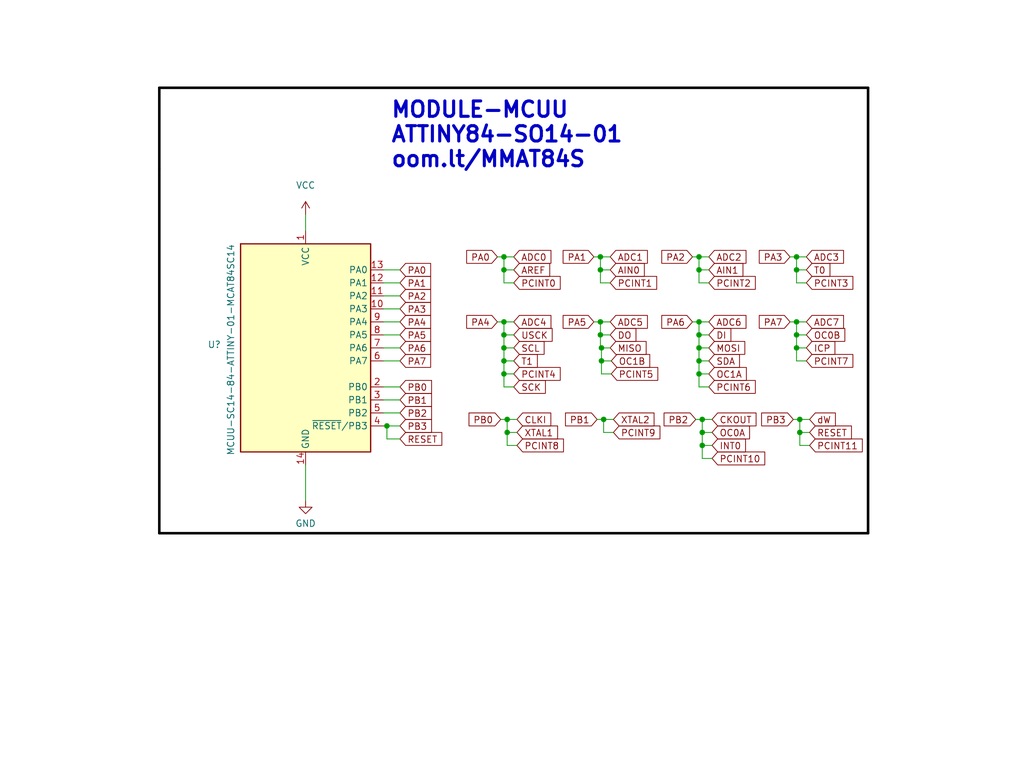
<source format=kicad_sch>
(kicad_sch (version 20211123) (generator eeschema)
  (paper "User" 200 150.012)
  (lib_symbols
    (symbol "oomlout_OOMP_parts:MCUU-SC14-84-ATTINY-01-MCAT84SC14"
      (property "Reference" "U" (at -12.7 21.59 0))
      (property "Value" "MCUU-SC14-84-ATTINY-01-MCAT84SC14" (at 2.54 -21.59 0))
      (symbol "MCUU-SC14-84-ATTINY-01-MCAT84SC14_0_1"
        (rectangle (start -12.7 -20.32) (end 12.7 20.32) (stroke (width 0.254)) (fill (type background)))
      )
      (symbol "MCUU-SC14-84-ATTINY-01-MCAT84SC14_1_1"
        (pin power_in line (at 0 22.86 270) (length 2.54) (name "VCC") (number "1"))
        (pin bidirectional line (at 15.24 7.62 180) (length 2.54) (name "PA3") (number "10"))
        (pin bidirectional line (at 15.24 10.16 180) (length 2.54) (name "PA2") (number "11"))
        (pin bidirectional line (at 15.24 12.7 180) (length 2.54) (name "PA1") (number "12"))
        (pin bidirectional line (at 15.24 15.24 180) (length 2.54) (name "PA0") (number "13"))
        (pin power_in line (at 0 -22.86 90) (length 2.54) (name "GND") (number "14"))
        (pin bidirectional line (at 15.24 -7.62 180) (length 2.54) (name "PB0") (number "2"))
        (pin bidirectional line (at 15.24 -10.16 180) (length 2.54) (name "PB1") (number "3"))
        (pin bidirectional line (at 15.24 -15.24 180) (length 2.54) (name "~{RESET}/PB3") (number "4"))
        (pin bidirectional line (at 15.24 -12.7 180) (length 2.54) (name "PB2") (number "5"))
        (pin bidirectional line (at 15.24 -2.54 180) (length 2.54) (name "PA7") (number "6"))
        (pin bidirectional line (at 15.24 0 180) (length 2.54) (name "PA6") (number "7"))
        (pin bidirectional line (at 15.24 2.54 180) (length 2.54) (name "PA5") (number "8"))
        (pin bidirectional line (at 15.24 5.08 180) (length 2.54) (name "PA4") (number "9"))
      )
    )
    (symbol "power:GND" (power) (pin_names (offset 0))
      (property "Value" "GND" (at 0 -3.81 0))
      (symbol "GND_0_1"
        (polyline (pts (xy 0 0) (xy 0 -1.27) (xy 1.27 -1.27) (xy 0 -2.54) (xy -1.27 -1.27) (xy 0 -1.27)))
      )
      (symbol "GND_1_1"
        (pin power_in line (at 0 0 270) (length 0) hide (name "GND") (number "1"))
      )
    )
    (symbol "power:VCC" (power) (pin_names (offset 0))
      (property "Value" "VCC" (at 0 3.81 0))
      (symbol "VCC_0_1"
        (polyline (pts (xy -0.762 1.27) (xy 0 2.54)))
        (polyline (pts (xy 0 0) (xy 0 2.54)))
        (polyline (pts (xy 0 2.54) (xy 0.762 1.27)))
      )
      (symbol "VCC_1_1"
        (pin power_in line (at 0 0 90) (length 0) hide (name "VCC") (number "1"))
      )
    )
  )
  (junction (at 98.425 70.485))
  (junction (at 99.06 81.915))
  (junction (at 117.2628 52.705))
  (junction (at 136.525 73.025))
  (junction (at 155.575 52.705))
  (junction (at 137.16 86.995))
  (junction (at 136.525 62.865))
  (junction (at 156.21 81.915))
  (junction (at 98.425 67.945))
  (junction (at 117.8978 81.915))
  (junction (at 98.425 65.405))
  (junction (at 137.16 84.455))
  (junction (at 155.575 65.405))
  (junction (at 117.475 67.945))
  (junction (at 98.425 50.165))
  (junction (at 98.425 73.025))
  (junction (at 117.2628 62.865))
  (junction (at 156.21 84.455))
  (junction (at 155.575 62.865))
  (junction (at 155.575 67.945))
  (junction (at 136.525 67.945))
  (junction (at 136.525 50.165))
  (junction (at 136.525 70.485))
  (junction (at 117.475 70.485))
  (junction (at 98.425 52.705))
  (junction (at 136.525 52.705))
  (junction (at 137.16 81.915))
  (junction (at 117.2628 65.405))
  (junction (at 75.565 83.185))
  (junction (at 136.525 65.405))
  (junction (at 99.06 84.455))
  (junction (at 117.2628 50.165))
  (junction (at 155.575 50.165))
  (junction (at 98.425 62.865))
  (wire (pts (xy 137.16 84.455) (xy 137.16 81.915)))
  (wire (pts (xy 97.155 62.865) (xy 98.425 62.865)))
  (wire (pts (xy 155.575 67.945) (xy 157.48 67.945)))
  (wire (pts (xy 98.425 67.945) (xy 98.425 70.485)))
  (wire (pts (xy 117.2628 52.705) (xy 117.2628 50.165)))
  (wire (pts (xy 137.16 86.995) (xy 137.16 89.535)))
  (wire (pts (xy 97.79 81.915) (xy 99.06 81.915)))
  (wire (pts (xy 136.525 65.405) (xy 136.525 67.945)))
  (wire (pts (xy 135.255 62.865) (xy 136.525 62.865)))
  (wire (pts (xy 116.6278 81.915) (xy 117.8978 81.915)))
  (wire (pts (xy 117.2628 62.865) (xy 119.1678 62.865)))
  (wire (pts (xy 138.43 75.565) (xy 136.525 75.565)))
  (wire (pts (xy 99.06 86.995) (xy 100.965 86.995)))
  (wire (pts (xy 99.06 81.915) (xy 100.965 81.915)))
  (wire (pts (xy 117.2628 52.705) (xy 117.2628 55.245)))
  (wire (pts (xy 74.93 83.185) (xy 75.565 83.185)))
  (wire (pts (xy 155.575 62.865) (xy 157.48 62.865)))
  (wire (pts (xy 117.8978 84.455) (xy 117.8978 81.915)))
  (wire (pts (xy 136.525 50.165) (xy 138.43 50.165)))
  (wire (pts (xy 74.93 70.485) (xy 78.105 70.485)))
  (wire (pts (xy 74.93 52.705) (xy 78.105 52.705)))
  (wire (pts (xy 154.305 50.165) (xy 155.575 50.165)))
  (wire (pts (xy 59.69 41.91) (xy 59.69 45.085)))
  (polyline (pts (xy 31.115 33.02) (xy 31.115 17.145)) (stroke (width 0.5) (type solid) (color 0 0 0 1)))
  (wire (pts (xy 74.93 57.785) (xy 78.105 57.785)))
  (wire (pts (xy 74.93 67.945) (xy 78.105 67.945)))
  (wire (pts (xy 155.575 52.705) (xy 155.575 50.165)))
  (wire (pts (xy 119.1678 52.705) (xy 117.2628 52.705)))
  (wire (pts (xy 99.06 84.455) (xy 99.06 81.915)))
  (wire (pts (xy 117.475 70.485) (xy 117.475 67.945)))
  (wire (pts (xy 74.93 62.865) (xy 78.105 62.865)))
  (wire (pts (xy 98.425 75.565) (xy 100.33 75.565)))
  (wire (pts (xy 139.065 89.535) (xy 137.16 89.535)))
  (wire (pts (xy 119.1678 65.405) (xy 117.2628 65.405)))
  (wire (pts (xy 100.965 84.455) (xy 99.06 84.455)))
  (wire (pts (xy 156.21 81.915) (xy 158.115 81.915)))
  (wire (pts (xy 98.425 65.405) (xy 98.425 67.945)))
  (wire (pts (xy 98.425 55.245) (xy 100.33 55.245)))
  (wire (pts (xy 78.105 85.725) (xy 75.565 85.725)))
  (wire (pts (xy 158.115 84.455) (xy 156.21 84.455)))
  (wire (pts (xy 157.48 70.485) (xy 155.575 70.485)))
  (wire (pts (xy 156.21 84.455) (xy 156.21 81.915)))
  (wire (pts (xy 98.425 70.485) (xy 100.33 70.485)))
  (wire (pts (xy 98.425 62.865) (xy 100.33 62.865)))
  (wire (pts (xy 155.575 52.705) (xy 155.575 55.245)))
  (wire (pts (xy 136.525 52.705) (xy 136.525 55.245)))
  (wire (pts (xy 154.305 62.865) (xy 155.575 62.865)))
  (wire (pts (xy 74.93 65.405) (xy 78.105 65.405)))
  (wire (pts (xy 136.525 67.945) (xy 138.43 67.945)))
  (wire (pts (xy 155.575 65.405) (xy 155.575 62.865)))
  (wire (pts (xy 117.475 67.945) (xy 119.1678 67.945)))
  (wire (pts (xy 98.425 65.405) (xy 98.425 62.865)))
  (wire (pts (xy 117.2628 65.405) (xy 117.2628 62.865)))
  (wire (pts (xy 97.155 50.165) (xy 98.425 50.165)))
  (wire (pts (xy 138.43 73.025) (xy 136.525 73.025)))
  (wire (pts (xy 157.48 52.705) (xy 155.575 52.705)))
  (wire (pts (xy 119.38 70.485) (xy 117.475 70.485)))
  (wire (pts (xy 155.575 55.245) (xy 157.48 55.245)))
  (wire (pts (xy 136.525 65.405) (xy 136.525 62.865)))
  (wire (pts (xy 135.89 81.915) (xy 137.16 81.915)))
  (wire (pts (xy 136.525 55.245) (xy 138.43 55.245)))
  (wire (pts (xy 155.575 70.485) (xy 155.575 67.945)))
  (wire (pts (xy 75.565 85.725) (xy 75.565 83.185)))
  (wire (pts (xy 98.425 73.025) (xy 98.425 70.485)))
  (wire (pts (xy 74.93 60.325) (xy 78.105 60.325)))
  (wire (pts (xy 137.16 81.915) (xy 139.065 81.915)))
  (wire (pts (xy 136.525 75.565) (xy 136.525 73.025)))
  (wire (pts (xy 117.475 73.025) (xy 117.475 70.485)))
  (wire (pts (xy 155.575 50.165) (xy 157.48 50.165)))
  (polyline (pts (xy 31.115 33.02) (xy 31.115 104.14)) (stroke (width 0.5) (type solid) (color 0 0 0 1)))
  (wire (pts (xy 155.575 65.405) (xy 155.575 67.945)))
  (wire (pts (xy 136.525 67.945) (xy 136.525 70.485)))
  (wire (pts (xy 136.525 62.865) (xy 138.43 62.865)))
  (wire (pts (xy 138.43 65.405) (xy 136.525 65.405)))
  (wire (pts (xy 156.21 86.995) (xy 158.115 86.995)))
  (wire (pts (xy 135.255 50.165) (xy 136.525 50.165)))
  (wire (pts (xy 138.43 52.705) (xy 136.525 52.705)))
  (wire (pts (xy 138.43 70.485) (xy 136.525 70.485)))
  (wire (pts (xy 154.94 81.915) (xy 156.21 81.915)))
  (wire (pts (xy 74.93 78.105) (xy 78.105 78.105)))
  (wire (pts (xy 117.2628 67.945) (xy 117.475 67.945)))
  (polyline (pts (xy 31.115 17.145) (xy 169.545 17.145)) (stroke (width 0.5) (type solid) (color 0 0 0 1)))
  (wire (pts (xy 157.48 65.405) (xy 155.575 65.405)))
  (wire (pts (xy 100.33 73.025) (xy 98.425 73.025)))
  (wire (pts (xy 98.425 52.705) (xy 98.425 50.165)))
  (wire (pts (xy 74.93 55.245) (xy 78.105 55.245)))
  (wire (pts (xy 115.9928 62.865) (xy 117.2628 62.865)))
  (wire (pts (xy 119.8028 84.455) (xy 117.8978 84.455)))
  (wire (pts (xy 98.425 73.025) (xy 98.425 75.565)))
  (wire (pts (xy 100.33 52.705) (xy 98.425 52.705)))
  (polyline (pts (xy 169.545 17.145) (xy 169.545 104.14)) (stroke (width 0.5) (type solid) (color 0 0 0 1)))
  (wire (pts (xy 156.21 84.455) (xy 156.21 86.995)))
  (wire (pts (xy 115.9928 50.165) (xy 117.2628 50.165)))
  (wire (pts (xy 139.065 84.455) (xy 137.16 84.455)))
  (wire (pts (xy 100.33 65.405) (xy 98.425 65.405)))
  (wire (pts (xy 136.525 52.705) (xy 136.525 50.165)))
  (wire (pts (xy 75.565 83.185) (xy 78.105 83.185)))
  (wire (pts (xy 117.8978 81.915) (xy 119.8028 81.915)))
  (wire (pts (xy 98.425 52.705) (xy 98.425 55.245)))
  (wire (pts (xy 117.2628 65.405) (xy 117.2628 67.945)))
  (wire (pts (xy 136.525 73.025) (xy 136.525 70.485)))
  (wire (pts (xy 137.16 84.455) (xy 137.16 86.995)))
  (wire (pts (xy 137.16 86.995) (xy 139.065 86.995)))
  (wire (pts (xy 117.2628 50.165) (xy 119.1678 50.165)))
  (wire (pts (xy 98.425 50.165) (xy 100.33 50.165)))
  (wire (pts (xy 99.06 84.455) (xy 99.06 86.995)))
  (wire (pts (xy 119.38 73.025) (xy 117.475 73.025)))
  (polyline (pts (xy 169.545 104.14) (xy 31.115 104.14)) (stroke (width 0.5) (type solid) (color 0 0 0 1)))
  (wire (pts (xy 74.93 80.645) (xy 78.105 80.645)))
  (wire (pts (xy 117.2628 55.245) (xy 119.1678 55.245)))
  (wire (pts (xy 74.93 75.565) (xy 78.105 75.565)))
  (wire (pts (xy 98.425 67.945) (xy 100.33 67.945)))
  (wire (pts (xy 59.69 90.805) (xy 59.69 97.79)))
  (text "MODULE-MCUU\nATTINY84-SO14-01\noom.lt/MMAT84S" (at 76.2 33.02 0) (effects (font (size 3 3) (thickness 0.6) bold) (justify left bottom)))
  (global_label "PB3" (shape input) (at 78.105 83.185 0) (property "Intersheet References" "${INTERSHEET_REFS}" (effects hide)))
  (global_label "SCK" (shape input) (at 100.33 75.565 0) (property "Intersheet References" "${INTERSHEET_REFS}" (effects hide)))
  (global_label "AREF" (shape input) (at 100.33 52.705 0) (property "Intersheet References" "${INTERSHEET_REFS}" (effects hide)))
  (global_label "PCINT3" (shape input) (at 157.48 55.245 0) (property "Intersheet References" "${INTERSHEET_REFS}" (effects hide)))
  (global_label "PCINT11" (shape input) (at 158.115 86.995 0) (property "Intersheet References" "${INTERSHEET_REFS}" (effects hide)))
  (global_label "PA4" (shape input) (at 78.105 62.865 0) (property "Intersheet References" "${INTERSHEET_REFS}" (effects hide)))
  (global_label "PCINT9" (shape input) (at 119.8028 84.455 0) (property "Intersheet References" "${INTERSHEET_REFS}" (effects hide)))
  (global_label "PA2" (shape input) (at 78.105 57.785 0) (property "Intersheet References" "${INTERSHEET_REFS}" (effects hide)))
  (global_label "PB3" (shape input) (at 154.94 81.915 180) (property "Intersheet References" "${INTERSHEET_REFS}" (effects hide)))
  (global_label "OC0A" (shape input) (at 139.065 84.455 0) (property "Intersheet References" "${INTERSHEET_REFS}" (effects hide)))
  (global_label "ADC3" (shape input) (at 157.48 50.165 0) (property "Intersheet References" "${INTERSHEET_REFS}" (effects hide)))
  (global_label "PA4" (shape input) (at 97.155 62.865 180) (property "Intersheet References" "${INTERSHEET_REFS}" (effects hide)))
  (global_label "PB0" (shape input) (at 78.105 75.565 0) (property "Intersheet References" "${INTERSHEET_REFS}" (effects hide)))
  (global_label "PB1" (shape input) (at 78.105 78.105 0) (property "Intersheet References" "${INTERSHEET_REFS}" (effects hide)))
  (global_label "T0" (shape input) (at 157.48 52.705 0) (property "Intersheet References" "${INTERSHEET_REFS}" (effects hide)))
  (global_label "PCINT10" (shape input) (at 139.065 89.535 0) (property "Intersheet References" "${INTERSHEET_REFS}" (effects hide)))
  (global_label "PA0" (shape input) (at 78.105 52.705 0) (property "Intersheet References" "${INTERSHEET_REFS}" (effects hide)))
  (global_label "PCINT8" (shape input) (at 100.965 86.995 0) (property "Intersheet References" "${INTERSHEET_REFS}" (effects hide)))
  (global_label "PA1" (shape input) (at 115.9928 50.165 180) (property "Intersheet References" "${INTERSHEET_REFS}" (effects hide)))
  (global_label "DO" (shape input) (at 119.1678 65.405 0) (property "Intersheet References" "${INTERSHEET_REFS}" (effects hide)))
  (global_label "MISO" (shape input) (at 119.1678 67.945 0) (property "Intersheet References" "${INTERSHEET_REFS}" (effects hide)))
  (global_label "CKOUT" (shape input) (at 139.065 81.915 0) (property "Intersheet References" "${INTERSHEET_REFS}" (effects hide)))
  (global_label "OC1B" (shape input) (at 119.38 70.485 0) (property "Intersheet References" "${INTERSHEET_REFS}" (effects hide)))
  (global_label "ICP" (shape input) (at 157.48 67.945 0) (property "Intersheet References" "${INTERSHEET_REFS}" (effects hide)))
  (global_label "XTAL2" (shape input) (at 119.8028 81.915 0) (property "Intersheet References" "${INTERSHEET_REFS}" (effects hide)))
  (global_label "PCINT2" (shape input) (at 138.43 55.245 0) (property "Intersheet References" "${INTERSHEET_REFS}" (effects hide)))
  (global_label "PCINT4" (shape input) (at 100.33 73.025 0) (property "Intersheet References" "${INTERSHEET_REFS}" (effects hide)))
  (global_label "PCINT5" (shape input) (at 119.38 73.025 0) (property "Intersheet References" "${INTERSHEET_REFS}" (effects hide)))
  (global_label "T1" (shape input) (at 100.33 70.485 0) (property "Intersheet References" "${INTERSHEET_REFS}" (effects hide)))
  (global_label "ADC2" (shape input) (at 138.43 50.165 0) (property "Intersheet References" "${INTERSHEET_REFS}" (effects hide)))
  (global_label "PB0" (shape input) (at 97.79 81.915 180) (property "Intersheet References" "${INTERSHEET_REFS}" (effects hide)))
  (global_label "PB2" (shape input) (at 135.89 81.915 180) (property "Intersheet References" "${INTERSHEET_REFS}" (effects hide)))
  (global_label "PA5" (shape input) (at 78.105 65.405 0) (property "Intersheet References" "${INTERSHEET_REFS}" (effects hide)))
  (global_label "ADC7" (shape input) (at 157.48 62.865 0) (property "Intersheet References" "${INTERSHEET_REFS}" (effects hide)))
  (global_label "PCINT1" (shape input) (at 119.1678 55.245 0) (property "Intersheet References" "${INTERSHEET_REFS}" (effects hide)))
  (global_label "ADC4" (shape input) (at 100.33 62.865 0) (property "Intersheet References" "${INTERSHEET_REFS}" (effects hide)))
  (global_label "PA2" (shape input) (at 135.255 50.165 180) (property "Intersheet References" "${INTERSHEET_REFS}" (effects hide)))
  (global_label "USCK" (shape input) (at 100.33 65.405 0) (property "Intersheet References" "${INTERSHEET_REFS}" (effects hide)))
  (global_label "XTAL1" (shape input) (at 100.965 84.455 0) (property "Intersheet References" "${INTERSHEET_REFS}" (effects hide)))
  (global_label "ADC6" (shape input) (at 138.43 62.865 0) (property "Intersheet References" "${INTERSHEET_REFS}" (effects hide)))
  (global_label "SDA" (shape input) (at 138.43 70.485 0) (property "Intersheet References" "${INTERSHEET_REFS}" (effects hide)))
  (global_label "OC1A" (shape input) (at 138.43 73.025 0) (property "Intersheet References" "${INTERSHEET_REFS}" (effects hide)))
  (global_label "PB1" (shape input) (at 116.6278 81.915 180) (property "Intersheet References" "${INTERSHEET_REFS}" (effects hide)))
  (global_label "DI" (shape input) (at 138.43 65.405 0) (property "Intersheet References" "${INTERSHEET_REFS}" (effects hide)))
  (global_label "PA7" (shape input) (at 78.105 70.485 0) (property "Intersheet References" "${INTERSHEET_REFS}" (effects hide)))
  (global_label "PCINT6" (shape input) (at 138.43 75.565 0) (property "Intersheet References" "${INTERSHEET_REFS}" (effects hide)))
  (global_label "CLKI" (shape input) (at 100.965 81.915 0) (property "Intersheet References" "${INTERSHEET_REFS}" (effects hide)))
  (global_label "PA5" (shape input) (at 115.9928 62.865 180) (property "Intersheet References" "${INTERSHEET_REFS}" (effects hide)))
  (global_label "PCINT7" (shape input) (at 157.48 70.485 0) (property "Intersheet References" "${INTERSHEET_REFS}" (effects hide)))
  (global_label "ADC5" (shape input) (at 119.1678 62.865 0) (property "Intersheet References" "${INTERSHEET_REFS}" (effects hide)))
  (global_label "PA0" (shape input) (at 97.155 50.165 180) (property "Intersheet References" "${INTERSHEET_REFS}" (effects hide)))
  (global_label "ADC1" (shape input) (at 119.1678 50.165 0) (property "Intersheet References" "${INTERSHEET_REFS}" (effects hide)))
  (global_label "RESET" (shape input) (at 158.115 84.455 0) (property "Intersheet References" "${INTERSHEET_REFS}" (effects hide)))
  (global_label "PA3" (shape input) (at 78.105 60.325 0) (property "Intersheet References" "${INTERSHEET_REFS}" (effects hide)))
  (global_label "RESET" (shape input) (at 78.105 85.725 0) (property "Intersheet References" "${INTERSHEET_REFS}" (effects hide)))
  (global_label "ADC0" (shape input) (at 100.33 50.165 0) (property "Intersheet References" "${INTERSHEET_REFS}" (effects hide)))
  (global_label "MOSI" (shape input) (at 138.43 67.945 0) (property "Intersheet References" "${INTERSHEET_REFS}" (effects hide)))
  (global_label "dW" (shape input) (at 158.115 81.915 0) (property "Intersheet References" "${INTERSHEET_REFS}" (effects hide)))
  (global_label "INT0" (shape input) (at 139.065 86.995 0) (property "Intersheet References" "${INTERSHEET_REFS}" (effects hide)))
  (global_label "PCINT0" (shape input) (at 100.33 55.245 0) (property "Intersheet References" "${INTERSHEET_REFS}" (effects hide)))
  (global_label "PA6" (shape input) (at 135.255 62.865 180) (property "Intersheet References" "${INTERSHEET_REFS}" (effects hide)))
  (global_label "OC0B" (shape input) (at 157.48 65.405 0) (property "Intersheet References" "${INTERSHEET_REFS}" (effects hide)))
  (global_label "AIN0" (shape input) (at 119.1678 52.705 0) (property "Intersheet References" "${INTERSHEET_REFS}" (effects hide)))
  (global_label "PB2" (shape input) (at 78.105 80.645 0) (property "Intersheet References" "${INTERSHEET_REFS}" (effects hide)))
  (global_label "PA6" (shape input) (at 78.105 67.945 0) (property "Intersheet References" "${INTERSHEET_REFS}" (effects hide)))
  (global_label "PA1" (shape input) (at 78.105 55.245 0) (property "Intersheet References" "${INTERSHEET_REFS}" (effects hide)))
  (global_label "PA7" (shape input) (at 154.305 62.865 180) (property "Intersheet References" "${INTERSHEET_REFS}" (effects hide)))
  (global_label "AIN1" (shape input) (at 138.43 52.705 0) (property "Intersheet References" "${INTERSHEET_REFS}" (effects hide)))
  (global_label "PA3" (shape input) (at 154.305 50.165 180) (property "Intersheet References" "${INTERSHEET_REFS}" (effects hide)))
  (global_label "SCL" (shape input) (at 100.33 67.945 0) (property "Intersheet References" "${INTERSHEET_REFS}" (effects hide)))
  (symbol (lib_id "power:GND") (at 59.69 97.79 0) (unit 1)
    (property "Reference" "#PWR?" (effects hide))
    (property "Value" "GND" (at 59.69 102.235 0))
  )
  (symbol (lib_id "oomlout_OOMP_parts:MCUU-SC14-84-ATTINY-01-MCAT84SC14") (at 59.69 67.945 0) (unit 1)
    (property "Reference" "U?" (at 43.18 67.31 0) (effects (justify right)))
    (property "Value" "MCUU-SC14-84-ATTINY-01-MCAT84SC14" (at 45.085 47.625 90) (effects (justify right)))
    (property "Footprint" "oomlout_OOMP_parts:MCUU-SC14-84-ATTINY-01-MCAT84SC14" (effects hide))
    (property "Datasheet" "oom.lt/MCAT84SC14" (effects hide))
  )
  (symbol (lib_id "power:VCC") (at 59.69 41.91 0) (unit 1)
    (property "Reference" "#PWR?" (effects hide))
    (property "Value" "VCC" (at 59.69 36.195 0))
  )
)
</source>
